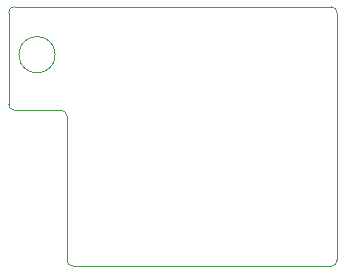
<source format=gm1>
%TF.GenerationSoftware,KiCad,Pcbnew,5.1.7-a382d34a8~87~ubuntu20.04.1*%
%TF.CreationDate,2020-11-06T02:00:15-03:00*%
%TF.ProjectId,RPI_HAT,5250495f-4841-4542-9e6b-696361645f70,v1 *%
%TF.SameCoordinates,Original*%
%TF.FileFunction,Profile,NP*%
%FSLAX46Y46*%
G04 Gerber Fmt 4.6, Leading zero omitted, Abs format (unit mm)*
G04 Created by KiCad (PCBNEW 5.1.7-a382d34a8~87~ubuntu20.04.1) date 2020-11-06 02:00:15*
%MOMM*%
%LPD*%
G01*
G04 APERTURE LIST*
%TA.AperFunction,Profile*%
%ADD10C,0.050000*%
%TD*%
G04 APERTURE END LIST*
D10*
X89154000Y-98298000D02*
X89154000Y-90551000D01*
X93599000Y-98806000D02*
X89662000Y-98806000D01*
X94107000Y-111506000D02*
X94107000Y-99314000D01*
X116459000Y-112014000D02*
X94615000Y-112014000D01*
X116967000Y-90551000D02*
X116967000Y-111506000D01*
X89662000Y-90043000D02*
X116459000Y-90043000D01*
X116459000Y-90043000D02*
G75*
G02*
X116967000Y-90551000I0J-508000D01*
G01*
X116967000Y-111506000D02*
G75*
G02*
X116459000Y-112014000I-508000J0D01*
G01*
X94615000Y-112014000D02*
G75*
G02*
X94107000Y-111506000I0J508000D01*
G01*
X93599000Y-98806000D02*
G75*
G02*
X94107000Y-99314000I0J-508000D01*
G01*
X89662000Y-98806000D02*
G75*
G02*
X89154000Y-98298000I0J508000D01*
G01*
X89154000Y-90551000D02*
G75*
G02*
X89662000Y-90043000I508000J0D01*
G01*
X93101547Y-94107000D02*
G75*
G03*
X93101547Y-94107000I-1534547J0D01*
G01*
M02*

</source>
